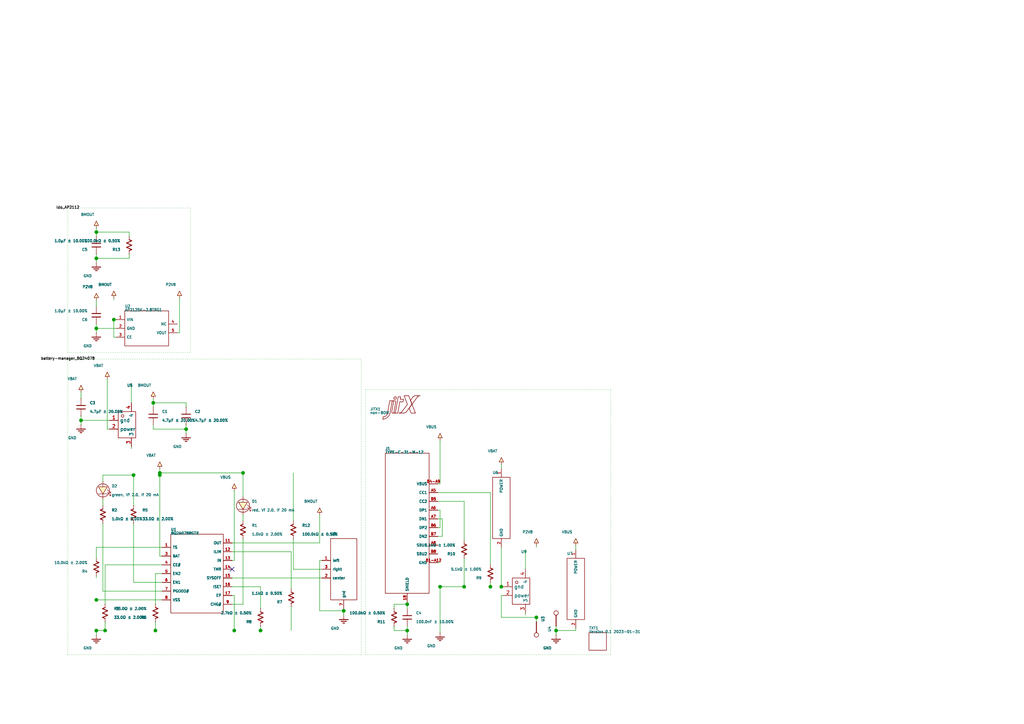
<source format=kicad_sch>
(kicad_sch (version 20211123) (generator jitx)
  (paper "A4")
  (title_block (title "") (date "") (rev "") (company "") (comment 1 "") (comment 2 "") (comment 3 "") (comment 4 ""))
  (lib_symbols
    (symbol "VBUS"
      (property "Value" "VBUS" (at -2.54 3.81 0.0))
      (symbol "VBUS_1_0"
        (pin power_in line (at 0.0 0.0 90) (length 0.0) (name "VBUS") (number "~"))
      )
    )
    (symbol "BMOUT"
      (property "Value" "BMOUT" (at -2.54 3.81 0.0))
      (symbol "BMOUT_1_0"
        (pin power_in line (at 0.0 0.0 90) (length 0.0) (name "BMOUT") (number "~"))
      )
    )
    (symbol "P2V8"
      (property "Value" "P2V8" (at -2.54 3.81 0.0))
      (symbol "P2V8_1_0"
        (pin power_in line (at 0.0 0.0 90) (length 0.0) (name "P2V8") (number "~"))
      )
    )
    (symbol "GND"
      (property "Value" "GND" (at -2.54 -3.81 0.0))
      (symbol "GND_1_0"
        (pin power_in line (at 0.0 0.0 270) (length 0.0) (name "GND") (number "~"))
      )
    )
    (symbol "VBAT"
      (property "Value" "VBAT" (at -2.54 3.81 0.0))
      (symbol "VBAT_1_0"
        (pin power_in line (at 0.0 0.0 90) (length 0.0) (name "VBAT") (number "~"))
      )
    )
    (symbol "test_point_sym"
      (property "Reference" "U" (at -2.54 1.905 0.0))
      (symbol "test_point_sym_1_0"
        (pin unspecified line (at 2.54 0.0 180) (length 0.0) (name "p") (number "~"))
      )
    )
    (symbol "box_symbol_7L_8R_0T_0B"
      (property "Reference" "U" (at -7.62 12.792 0.0))
      (property "Value" "box_symbol_7L_8R_0T_0B" (at -7.62 11.73 0.0))
      (symbol "box_symbol_7L_8R_0T_0B_1_0"
        (pin unspecified line (at -10.16 7.62 0) (length 2.54) (name "L0") (number "~"))
        (pin unspecified line (at -10.16 5.08 0) (length 2.54) (name "L1") (number "~"))
        (pin unspecified line (at -10.16 2.54 0) (length 2.54) (name "L2") (number "~"))
        (pin unspecified line (at -10.16 0.0 0) (length 2.54) (name "L3") (number "~"))
        (pin unspecified line (at -10.16 -2.54 0) (length 2.54) (name "L4") (number "~"))
        (pin unspecified line (at -10.16 -5.08 0) (length 2.54) (name "L5") (number "~"))
        (pin unspecified line (at -10.16 -7.62 0) (length 2.54) (name "L6") (number "~"))
        (pin unspecified line (at 10.16 8.89 180) (length 2.54) (name "R0") (number "~"))
        (pin unspecified line (at 10.16 6.35 180) (length 2.54) (name "R1") (number "~"))
        (pin unspecified line (at 10.16 3.81 180) (length 2.54) (name "R2") (number "~"))
        (pin unspecified line (at 10.16 1.27 180) (length 2.54) (name "R3") (number "~"))
        (pin unspecified line (at 10.16 -1.27 180) (length 2.54) (name "R4") (number "~"))
        (pin unspecified line (at 10.16 -3.81 180) (length 2.54) (name "R5") (number "~"))
        (pin unspecified line (at 10.16 -6.35 180) (length 2.54) (name "R6") (number "~"))
        (pin unspecified line (at 10.16 -8.89 180) (length 2.54) (name "R7") (number "~"))
      )
    )
    (symbol "ALTIUM_POWER_ARROW"
      (property "Value" "ALTIUM_POWER_ARROW" (at 8.89 -6.35 0.0))
      (symbol "ALTIUM_POWER_ARROW_1_0"
        (pin unspecified line (at 0.0 0.0 0) (length 0.0) (name "0") (number "~"))
      )
    )
    (symbol "ALTIUM_POWER_GND_POWER"
      (property "Value" "ALTIUM_POWER_GND_POWER" (at 19.05 -6.35 0.0))
      (symbol "ALTIUM_POWER_GND_POWER_1_0"
        (pin unspecified line (at 0.0 0.0 0) (length 0.0) (name "0") (number "~"))
      )
    )
    (symbol "generic_symbol"
      (property "Reference" "U" (at -2.54 3.902 0.0))
      (property "Value" "generic_symbol" (at -2.54 2.84 0.0))
    )
    (symbol "JITX_symbol"
      (property "Reference" "U" (at -2.54 3.902 0.0))
      (property "Value" "JITX_symbol" (at -2.54 2.84 0.0))
    )
    (symbol "box_symbol_3L_2R_0T_0B"
      (property "Reference" "U" (at -6.35 6.442 0.0))
      (property "Value" "box_symbol_3L_2R_0T_0B" (at -6.35 5.38 0.0))
      (symbol "box_symbol_3L_2R_0T_0B_1_0"
        (pin unspecified line (at -8.89 2.54 0) (length 2.54) (name "L0") (number "~"))
        (pin unspecified line (at -8.89 0.0 0) (length 2.54) (name "L1") (number "~"))
        (pin unspecified line (at -8.89 -2.54 0) (length 2.54) (name "L2") (number "~"))
        (pin unspecified line (at 8.89 1.27 180) (length 2.54) (name "R0") (number "~"))
        (pin unspecified line (at 8.89 -1.27 180) (length 2.54) (name "R1") (number "~"))
      )
    )
    (symbol "supply_sym"
      (property "Value" "supply_sym" (at -2.54 3.81 0.0))
      (symbol "supply_sym_1_0"
        (pin unspecified line (at 0.0 0.0 90) (length 0.0) (name "0") (number "~"))
      )
    )
    (symbol "box_symbol_3L_0R_0T_1B"
      (property "Reference" "U" (at -3.81 10.252 0.0))
      (property "Value" "box_symbol_3L_0R_0T_1B" (at -3.81 9.19 0.0))
      (symbol "box_symbol_3L_0R_0T_1B_1_0"
        (pin unspecified line (at -6.35 2.54 0) (length 2.54) (name "L0") (number "~"))
        (pin unspecified line (at -6.35 0.0 0) (length 2.54) (name "L1") (number "~"))
        (pin unspecified line (at -6.35 -2.54 0) (length 2.54) (name "L2") (number "~"))
        (pin unspecified line (at 0.0 -11.43 90) (length 2.54) (name "B0") (number "~"))
      )
    )
    (symbol "ground_sym"
      (property "Value" "ground_sym" (at -2.54 -3.81 0.0))
      (symbol "ground_sym_1_0"
        (pin unspecified line (at 0.0 0.0 270) (length 0.0) (name "0") (number "~"))
      )
    )
    (symbol "resistor_sym"
      (property "Reference" "U" (at 2.54 1.27 0.0))
      (property "Value" "resistor_sym" (at 2.54 -1.27 0.0))
      (symbol "resistor_sym_1_0"
        (pin unspecified line (at 0.0 -2.54 90) (length 0.0) (name "1") (number "~"))
        (pin unspecified line (at 0.0 2.54 270) (length 0.0) (name "2") (number "~"))
      )
    )
    (symbol "capacitor_sym"
      (property "Reference" "U" (at 2.54 1.27 0.0))
      (property "Value" "capacitor_sym" (at 2.54 -1.27 0.0))
      (symbol "capacitor_sym_1_0"
        (pin unspecified line (at 0.0 2.54 270) (length 0.0) (name "1") (number "~"))
        (pin unspecified line (at 0.0 -2.54 90) (length 0.0) (name "2") (number "~"))
      )
    )
    (symbol "PH2_0_2PWB"
      (property "Reference" "U" (at 0.0 1.27 0.0))
      (property "Value" "PH2_0_2PWB" (at 0.0 -2.54 0.0))
      (symbol "PH2_0_2PWB_1_0"
        (pin unspecified line (at -5.08 -8.89 0) (length 2.54) (name "gnd") (number "~"))
        (pin unspecified line (at -5.08 -11.43 0) (length 2.54) (name "power") (number "~"))
        (pin unspecified line (at 1.27 -16.51 90) (length 2.54) (name "3") (number "~"))
        (pin unspecified line (at 1.27 -3.81 270) (length 2.54) (name "4") (number "~"))
      )
    )
    (symbol "box_symbol_0L_10R_0T_1B"
      (property "Reference" "U" (at -6.35 21.682 0.0))
      (property "Value" "box_symbol_0L_10R_0T_1B" (at -6.35 20.62 0.0))
      (symbol "box_symbol_0L_10R_0T_1B_1_0"
        (pin unspecified line (at 8.89 11.43 180) (length 2.54) (name "R0") (number "~"))
        (pin unspecified line (at 8.89 8.89 180) (length 2.54) (name "R1") (number "~"))
        (pin unspecified line (at 8.89 6.35 180) (length 2.54) (name "R2") (number "~"))
        (pin unspecified line (at 8.89 3.81 180) (length 2.54) (name "R3") (number "~"))
        (pin unspecified line (at 8.89 1.27 180) (length 2.54) (name "R4") (number "~"))
        (pin unspecified line (at 8.89 -1.27 180) (length 2.54) (name "R5") (number "~"))
        (pin unspecified line (at 8.89 -3.81 180) (length 2.54) (name "R6") (number "~"))
        (pin unspecified line (at 8.89 -6.35 180) (length 2.54) (name "R7") (number "~"))
        (pin unspecified line (at 8.89 -8.89 180) (length 2.54) (name "R8") (number "~"))
        (pin unspecified line (at 8.89 -11.43 180) (length 2.54) (name "R9") (number "~"))
        (pin unspecified line (at 0.0 -22.86 90) (length 2.54) (name "B0") (number "~"))
      )
    )
    (symbol "diode_sym"
      (property "Reference" "U" (at 2.54 1.27 0.0))
      (property "Value" "diode_sym" (at 2.54 -1.27 0.0))
      (symbol "diode_sym_1_0"
        (pin unspecified line (at 0.0 2.54 270) (length 0.0) (name "a") (number "~"))
        (pin unspecified line (at 0.0 -2.54 90) (length 0.0) (name "c") (number "~"))
      )
    )
    (symbol "box_symbol_0L_0R_1T_1B"
      (property "Reference" "U" (at -2.54 10.252 0.0))
      (property "Value" "box_symbol_0L_0R_1T_1B" (at -2.54 9.19 0.0))
      (symbol "box_symbol_0L_0R_1T_1B_1_0"
        (pin unspecified line (at 0.0 11.43 270) (length 2.54) (name "T0") (number "~"))
        (pin unspecified line (at 0.0 -11.43 90) (length 2.54) (name "B0") (number "~"))
      )
    )
    (symbol "Version_0_1_2023_01_31"
      (property "Reference" "TXT" (at -2.54 3.902 0.0))
      (property "Value" "Version_0_1_2023_01_31" (at -2.54 2.84 0.0))
    )
    (symbol "component"
      (property "Reference" "U" (at -3.81 10.252 0.0))
      (property "Value" "component" (at -3.81 9.19 0.0))
      (symbol "component_1_0"
        (pin unspecified line (at -6.35 2.54 0) (length 2.54) (name "left") (number "1"))
        (pin unspecified line (at -6.35 0.0 0) (length 2.54) (name "right") (number "3"))
        (pin unspecified line (at -6.35 -2.54 0) (length 2.54) (name "center") (number "2"))
        (pin unspecified line (at 0.0 -11.43 90) (length 2.54) (name "gnd") (number "7"))
        (pin unspecified line (at 0.0 -11.43 90) (length 0.0) (name "gnd") (number "6"))
        (pin unspecified line (at 0.0 -11.43 90) (length 0.0) (name "gnd") (number "5"))
        (pin unspecified line (at 0.0 -11.43 90) (length 0.0) (name "gnd") (number "4"))
      )
    )
    (symbol "JITX"
      (property "Reference" "JITX" (at -2.54 3.902 0.0))
      (property "Value" "JITX" (at -2.54 2.84 0.0))
    )
    (symbol "my_capacitor"
      (property "Reference" "C" (at 2.54 1.27 0.0))
      (property "Value" "my_capacitor" (at 2.54 -1.27 0.0))
      (symbol "my_capacitor_1_0"
        (pin unspecified line (at 0.0 2.54 270) (length 0.0) (name "1") (number "1"))
        (pin unspecified line (at 0.0 -2.54 90) (length 0.0) (name "2") (number "2"))
      )
    )
    (symbol "my_capacitor_1"
      (property "Reference" "C" (at 2.54 1.27 0.0))
      (property "Value" "my_capacitor_1" (at 2.54 -1.27 0.0))
      (symbol "my_capacitor_1_1_0"
        (pin unspecified line (at 0.0 2.54 270) (length 0.0) (name "1") (number "1"))
        (pin unspecified line (at 0.0 -2.54 90) (length 0.0) (name "2") (number "2"))
      )
    )
    (symbol "USBCable"
      (property "Reference" "U" (at -2.54 10.252 0.0))
      (property "Value" "USBCable" (at -2.54 9.19 0.0))
      (symbol "USBCable_1_0"
        (pin unspecified line (at 0.0 11.43 270) (length 2.54) (name "POWER") (number "1"))
        (pin unspecified line (at 0.0 -11.43 90) (length 2.54) (name "GND") (number "2"))
      )
    )
    (symbol "my_capacitor_2"
      (property "Reference" "C" (at 2.54 1.27 0.0))
      (property "Value" "my_capacitor_2" (at 2.54 -1.27 0.0))
      (symbol "my_capacitor_2_1_0"
        (pin unspecified line (at 0.0 2.54 270) (length 0.0) (name "1") (number "1"))
        (pin unspecified line (at 0.0 -2.54 90) (length 0.0) (name "2") (number "2"))
      )
    )
    (symbol "gen_testpad"
      (property "Reference" "U" (at -2.54 1.905 0.0))
      (symbol "gen_testpad_1_0"
        (pin unspecified line (at 2.54 0.0 180) (length 0.0) (name "p") (number "tp"))
      )
    )
    (symbol "component_1"
      (property "Reference" "U" (at -7.62 12.792 0.0))
      (property "Value" "component_1" (at -7.62 11.73 0.0))
      (symbol "component_1_1_0"
        (pin unspecified line (at -10.16 7.62 0) (length 2.54) (name "TS") (number "1"))
        (pin unspecified line (at -10.16 5.08 0) (length 2.54) (name "BAT") (number "3"))
        (pin unspecified line (at -10.16 5.08 0) (length 0.0) (name "BAT") (number "2"))
        (pin unspecified line (at -10.16 2.54 0) (length 2.54) (name "CE#") (number "4"))
        (pin unspecified line (at -10.16 0.0 0) (length 2.54) (name "EN2") (number "5"))
        (pin unspecified line (at -10.16 -2.54 0) (length 2.54) (name "EN1") (number "6"))
        (pin unspecified line (at -10.16 -5.08 0) (length 2.54) (name "PGOOD#") (number "7"))
        (pin unspecified line (at -10.16 -7.62 0) (length 2.54) (name "VSS") (number "8"))
        (pin unspecified line (at 10.16 8.89 180) (length 2.54) (name "OUT") (number "11"))
        (pin unspecified line (at 10.16 8.89 180) (length 0.0) (name "OUT") (number "10"))
        (pin unspecified line (at 10.16 6.35 180) (length 2.54) (name "ILIM") (number "12"))
        (pin unspecified line (at 10.16 3.81 180) (length 2.54) (name "IN") (number "13"))
        (pin unspecified line (at 10.16 1.27 180) (length 2.54) (name "TMR") (number "14"))
        (pin unspecified line (at 10.16 -1.27 180) (length 2.54) (name "SYSOFF") (number "15"))
        (pin unspecified line (at 10.16 -3.81 180) (length 2.54) (name "ISET") (number "16"))
        (pin unspecified line (at 10.16 -6.35 180) (length 2.54) (name "EP") (number "17"))
        (pin unspecified line (at 10.16 -8.89 180) (length 2.54) (name "CHG#") (number "9"))
      )
    )
    (symbol "LithiumBattery"
      (property "Reference" "U" (at -2.54 10.252 0.0))
      (property "Value" "LithiumBattery" (at -2.54 9.19 0.0))
      (symbol "LithiumBattery_1_0"
        (pin unspecified line (at 0.0 11.43 270) (length 2.54) (name "POWER") (number "1"))
        (pin unspecified line (at 0.0 -11.43 90) (length 2.54) (name "GND") (number "2"))
      )
    )
    (symbol "Generic_red_LED_0603"
      (property "Reference" "D" (at 2.54 1.27 0.0))
      (property "Value" "Generic_red_LED_0603" (at 2.54 -1.27 0.0))
      (symbol "Generic_red_LED_0603_1_0"
        (pin unspecified line (at 0.0 2.54 270) (length 0.0) (name "a") (number "a"))
        (pin unspecified line (at 0.0 -2.54 90) (length 0.0) (name "c") (number "c"))
      )
    )
    (symbol "my_resistor"
      (property "Reference" "R" (at 2.54 1.27 0.0))
      (property "Value" "my_resistor" (at 2.54 -1.27 0.0))
      (symbol "my_resistor_1_0"
        (pin unspecified line (at 0.0 -2.54 90) (length 0.0) (name "1") (number "1"))
        (pin unspecified line (at 0.0 2.54 270) (length 0.0) (name "2") (number "2"))
      )
    )
    (symbol "component_2"
      (property "Reference" "U" (at 0.0 1.27 0.0))
      (property "Value" "component_2" (at 0.0 -2.54 0.0))
      (symbol "component_2_1_0"
        (pin unspecified line (at -5.08 -8.89 0) (length 2.54) (name "gnd") (number "1"))
        (pin unspecified line (at -5.08 -11.43 0) (length 2.54) (name "power") (number "2"))
        (pin unspecified line (at 1.27 -16.51 90) (length 2.54) (name "3") (number "3"))
        (pin unspecified line (at 1.27 -3.81 270) (length 2.54) (name "4") (number "4"))
      )
    )
    (symbol "my_capacitor_3"
      (property "Reference" "C" (at 2.54 1.27 0.0))
      (property "Value" "my_capacitor_3" (at 2.54 -1.27 0.0))
      (symbol "my_capacitor_3_1_0"
        (pin unspecified line (at 0.0 2.54 270) (length 0.0) (name "1") (number "1"))
        (pin unspecified line (at 0.0 -2.54 90) (length 0.0) (name "2") (number "2"))
      )
    )
    (symbol "component_3"
      (property "Reference" "U" (at -6.35 6.442 0.0))
      (property "Value" "component_3" (at -6.35 5.38 0.0))
      (symbol "component_3_1_0"
        (pin unspecified line (at -8.89 2.54 0) (length 2.54) (name "VIN") (number "1"))
        (pin unspecified line (at -8.89 0.0 0) (length 2.54) (name "GND") (number "2"))
        (pin unspecified line (at -8.89 -2.54 0) (length 2.54) (name "CE") (number "3"))
        (pin unspecified line (at 8.89 1.27 180) (length 2.54) (name "NC") (number "4"))
        (pin unspecified line (at 8.89 -1.27 180) (length 2.54) (name "VOUT") (number "5"))
      )
    )
    (symbol "my_capacitor_4"
      (property "Reference" "C" (at 2.54 1.27 0.0))
      (property "Value" "my_capacitor_4" (at 2.54 -1.27 0.0))
      (symbol "my_capacitor_4_1_0"
        (pin unspecified line (at 0.0 2.54 270) (length 0.0) (name "1") (number "1"))
        (pin unspecified line (at 0.0 -2.54 90) (length 0.0) (name "2") (number "2"))
      )
    )
    (symbol "my_resistor_1"
      (property "Reference" "R" (at 2.54 1.27 0.0))
      (property "Value" "my_resistor_1" (at 2.54 -1.27 0.0))
      (symbol "my_resistor_1_1_0"
        (pin unspecified line (at 0.0 -2.54 90) (length 0.0) (name "1") (number "1"))
        (pin unspecified line (at 0.0 2.54 270) (length 0.0) (name "2") (number "2"))
      )
    )
    (symbol "my_resistor_2"
      (property "Reference" "R" (at 2.54 1.27 0.0))
      (property "Value" "my_resistor_2" (at 2.54 -1.27 0.0))
      (symbol "my_resistor_2_1_0"
        (pin unspecified line (at 0.0 -2.54 90) (length 0.0) (name "1") (number "1"))
        (pin unspecified line (at 0.0 2.54 270) (length 0.0) (name "2") (number "2"))
      )
    )
    (symbol "Generic_green_LED_0603"
      (property "Reference" "D" (at 2.54 1.27 0.0))
      (property "Value" "Generic_green_LED_0603" (at 2.54 -1.27 0.0))
      (symbol "Generic_green_LED_0603_1_0"
        (pin unspecified line (at 0.0 2.54 270) (length 0.0) (name "a") (number "a"))
        (pin unspecified line (at 0.0 -2.54 90) (length 0.0) (name "c") (number "c"))
      )
    )
    (symbol "USB_C"
      (property "Reference" "J" (at -6.35 21.682 0.0))
      (property "Value" "USB_C" (at -6.35 20.62 0.0))
      (symbol "USB_C_1_0"
        (pin unspecified line (at 8.89 11.43 180) (length 2.54) (name "VBUS") (number "B4-A9"))
        (pin unspecified line (at 8.89 11.43 180) (length 0.0) (name "VBUS") (number "A4-B9"))
        (pin unspecified line (at 8.89 8.89 180) (length 2.54) (name "CC1") (number "A5"))
        (pin unspecified line (at 8.89 6.35 180) (length 2.54) (name "CC2") (number "B5"))
        (pin unspecified line (at 8.89 3.81 180) (length 2.54) (name "DP1") (number "A6"))
        (pin unspecified line (at 8.89 1.27 180) (length 2.54) (name "DN1") (number "A7"))
        (pin unspecified line (at 8.89 -1.27 180) (length 2.54) (name "DP2") (number "B6"))
        (pin unspecified line (at 8.89 -3.81 180) (length 2.54) (name "DN2") (number "B7"))
        (pin unspecified line (at 8.89 -6.35 180) (length 2.54) (name "SBU1") (number "A8"))
        (pin unspecified line (at 8.89 -8.89 180) (length 2.54) (name "SBU2") (number "B8"))
        (pin unspecified line (at 8.89 -11.43 180) (length 2.54) (name "GND") (number "B1-A12"))
        (pin unspecified line (at 8.89 -11.43 180) (length 0.0) (name "GND") (number "A1-B12"))
        (pin unspecified line (at 0.0 -22.86 90) (length 2.54) (name "SHIELD") (number "18"))
        (pin unspecified line (at 0.0 -22.86 90) (length 0.0) (name "SHIELD") (number "17"))
        (pin unspecified line (at 0.0 -22.86 90) (length 0.0) (name "SHIELD") (number "16"))
        (pin unspecified line (at 0.0 -22.86 90) (length 0.0) (name "SHIELD") (number "15"))
        (pin unspecified line (at 0.0 -22.86 90) (length 0.0) (name "SHIELD") (number "14"))
        (pin unspecified line (at 0.0 -22.86 90) (length 0.0) (name "SHIELD") (number "13"))
      )
    )
    (symbol "my_resistor_3"
      (property "Reference" "R" (at 2.54 1.27 0.0))
      (property "Value" "my_resistor_3" (at 2.54 -1.27 0.0))
      (symbol "my_resistor_3_1_0"
        (pin unspecified line (at 0.0 -2.54 90) (length 0.0) (name "1") (number "1"))
        (pin unspecified line (at 0.0 2.54 270) (length 0.0) (name "2") (number "2"))
      )
    )
    (symbol "gen_res_cmp"
      (property "Reference" "R" (at 2.54 1.27 0.0))
      (property "Value" "gen_res_cmp" (at 2.54 -1.27 0.0))
      (symbol "gen_res_cmp_1_0"
        (pin unspecified line (at 0.0 -2.54 90) (length 0.0) (name "1") (number "1"))
        (pin unspecified line (at 0.0 2.54 270) (length 0.0) (name "2") (number "2"))
      )
    )
    (symbol "gen_res_cmp_1"
      (property "Reference" "R" (at 2.54 1.27 0.0))
      (property "Value" "gen_res_cmp_1" (at 2.54 -1.27 0.0))
      (symbol "gen_res_cmp_1_1_0"
        (pin unspecified line (at 0.0 -2.54 90) (length 0.0) (name "1") (number "1"))
        (pin unspecified line (at 0.0 2.54 270) (length 0.0) (name "2") (number "2"))
      )
    )
    (symbol "my_resistor_4"
      (property "Reference" "R" (at 2.54 1.27 0.0))
      (property "Value" "my_resistor_4" (at 2.54 -1.27 0.0))
      (symbol "my_resistor_4_1_0"
        (pin unspecified line (at 0.0 -2.54 90) (length 0.0) (name "1") (number "1"))
        (pin unspecified line (at 0.0 2.54 270) (length 0.0) (name "2") (number "2"))
      )
    )
    (symbol "my_capacitor_5"
      (property "Reference" "C" (at 2.54 1.27 0.0))
      (property "Value" "my_capacitor_5" (at 2.54 -1.27 0.0))
      (symbol "my_capacitor_5_1_0"
        (pin unspecified line (at 0.0 2.54 270) (length 0.0) (name "1") (number "1"))
        (pin unspecified line (at 0.0 -2.54 90) (length 0.0) (name "2") (number "2"))
      )
    )
    (symbol "my_resistor_5"
      (property "Reference" "R" (at 2.54 1.27 0.0))
      (property "Value" "my_resistor_5" (at 2.54 -1.27 0.0))
      (symbol "my_resistor_5_1_0"
        (pin unspecified line (at 0.0 -2.54 90) (length 0.0) (name "1") (number "1"))
        (pin unspecified line (at 0.0 2.54 270) (length 0.0) (name "2") (number "2"))
      )
    )
    (symbol "my_resistor_6"
      (property "Reference" "R" (at 2.54 1.27 0.0))
      (property "Value" "my_resistor_6" (at 2.54 -1.27 0.0))
      (symbol "my_resistor_6_1_0"
        (pin unspecified line (at 0.0 -2.54 90) (length 0.0) (name "1") (number "1"))
        (pin unspecified line (at 0.0 2.54 270) (length 0.0) (name "2") (number "2"))
      )
    )
    (symbol "gen_res_cmp_2"
      (property "Reference" "R" (at 2.54 1.27 0.0))
      (property "Value" "gen_res_cmp_2" (at 2.54 -1.27 0.0))
      (symbol "gen_res_cmp_2_1_0"
        (pin unspecified line (at 0.0 -2.54 90) (length 0.0) (name "1") (number "1"))
        (pin unspecified line (at 0.0 2.54 270) (length 0.0) (name "2") (number "2"))
      )
    )
  )
  (wire (pts (xy 23.495 115.57) (xy 23.495 114.935)) (stroke (width 0.127)))
  (wire (pts (xy 23.495 120.65) (xy 23.495 121.285)) (stroke (width 0.127)))
  (wire (pts (xy 38.735 151.765) (xy 38.735 152.4)) (stroke (width 0.127)))
  (wire (pts (xy 38.735 146.685) (xy 38.735 146.05)) (stroke (width 0.127)))
  (wire (pts (xy 37.465 68.58) (xy 37.465 67.945)) (stroke (width 0.127)))
  (wire (pts (xy 37.465 73.66) (xy 37.465 74.295)) (stroke (width 0.127)))
  (wire (pts (xy 114.3 176.53) (xy 114.3 175.895)) (stroke (width 0.127)))
  (wire (pts (xy 114.3 181.61) (xy 114.3 182.245)) (stroke (width 0.127)))
  (wire (pts (xy 84.455 170.815) (xy 84.455 170.18)) (stroke (width 0.127)))
  (wire (pts (xy 84.455 175.895) (xy 84.455 176.53)) (stroke (width 0.127)))
  (wire (pts (xy 118.11 176.53) (xy 118.11 175.895)) (stroke (width 0.127)))
  (wire (pts (xy 118.11 181.61) (xy 118.11 182.245)) (stroke (width 0.127)))
  (wire (pts (xy 53.975 118.11) (xy 53.975 117.475)) (stroke (width 0.127)))
  (wire (pts (xy 53.975 123.19) (xy 53.975 123.825)) (stroke (width 0.127)))
  (wire (pts (xy 75.565 176.53) (xy 75.565 175.895)) (stroke (width 0.127)))
  (wire (pts (xy 75.565 181.61) (xy 75.565 182.245)) (stroke (width 0.127)))
  (wire (pts (xy 27.94 73.66) (xy 27.94 74.295)) (stroke (width 0.127)))
  (wire (pts (xy 27.94 68.58) (xy 27.94 67.945)) (stroke (width 0.127)))
  (wire (pts (xy 70.485 144.145) (xy 70.485 143.51)) (stroke (width 0.127)))
  (wire (pts (xy 70.485 149.225) (xy 70.485 149.86)) (stroke (width 0.127)))
  (wire (pts (xy 27.94 93.98) (xy 27.94 94.615)) (stroke (width 0.127)))
  (wire (pts (xy 27.94 88.9) (xy 27.94 88.265)) (stroke (width 0.127)))
  (wire (pts (xy 44.45 118.11) (xy 44.45 117.475)) (stroke (width 0.127)))
  (wire (pts (xy 44.45 123.19) (xy 44.45 123.825)) (stroke (width 0.127)))
  (wire (pts (xy 70.485 156.21) (xy 70.485 156.845)) (stroke (width 0.127)))
  (wire (pts (xy 70.485 151.13) (xy 70.485 150.495)) (stroke (width 0.127)))
  (wire (pts (xy 45.085 175.26) (xy 45.085 174.625)) (stroke (width 0.127)))
  (wire (pts (xy 45.085 180.34) (xy 45.085 180.975)) (stroke (width 0.127)))
  (wire (pts (xy 152.4 177.8) (xy 152.4 178.435)) (stroke (width 0.127)))
  (wire (pts (xy 152.4 165.1) (xy 152.4 159.385)) (stroke (width 0.127)))
  (wire (pts (xy 155.575 180.34) (xy 155.575 179.705)) (stroke (width 0.127)))
  (wire (pts (xy 161.29 181.61) (xy 161.29 182.245)) (stroke (width 0.127)))
  (wire (pts (xy 142.24 163.83) (xy 142.24 163.195)) (stroke (width 0.127)))
  (wire (pts (xy 142.24 168.91) (xy 142.24 169.545)) (stroke (width 0.127)))
  (wire (pts (xy 134.62 156.845) (xy 134.62 156.21)) (stroke (width 0.127)))
  (wire (pts (xy 134.62 161.925) (xy 134.62 162.56)) (stroke (width 0.127)))
  (wire (pts (xy 29.845 151.765) (xy 29.845 152.4)) (stroke (width 0.127)))
  (wire (pts (xy 29.845 146.685) (xy 29.845 146.05)) (stroke (width 0.127)))
  (wire (pts (xy 29.845 139.7) (xy 29.845 139.065)) (stroke (width 0.127)))
  (wire (pts (xy 29.845 144.78) (xy 29.845 145.415)) (stroke (width 0.127)))
  (wire (pts (xy 30.48 180.34) (xy 30.48 180.975)) (stroke (width 0.127)))
  (wire (pts (xy 30.48 175.26) (xy 30.48 174.625)) (stroke (width 0.127)))
  (wire (pts (xy 85.09 156.21) (xy 85.09 156.845)) (stroke (width 0.127)))
  (wire (pts (xy 85.09 151.13) (xy 85.09 150.495)) (stroke (width 0.127)))
  (wire (pts (xy 27.94 161.925) (xy 27.94 161.29)) (stroke (width 0.127)))
  (wire (pts (xy 27.94 167.005) (xy 27.94 167.64)) (stroke (width 0.127)))
  (wire (pts (xy 38.1 129.54) (xy 38.1 130.175)) (stroke (width 0.127)))
  (wire (pts (xy 38.1 116.84) (xy 38.1 111.125)) (stroke (width 0.127)))
  (wire (pts (xy 46.355 135.89) (xy 46.355 136.525)) (stroke (width 0.127)))
  (wire (pts (xy 92.71 149.225) (xy 92.71 149.86)) (stroke (width 0.127)))
  (wire (pts (xy 27.94 184.15) (xy 27.94 183.515)) (stroke (width 0.127)))
  (wire (pts (xy 99.695 178.435) (xy 99.695 177.8)) (stroke (width 0.127)))
  (wire (pts (xy 67.945 142.24) (xy 67.945 142.875)) (stroke (width 0.127)))
  (wire (pts (xy 23.495 113.665) (xy 23.495 114.3)) (stroke (width 0.127)))
  (wire (pts (xy 31.115 109.855) (xy 31.115 110.49)) (stroke (width 0.127)))
  (wire (pts (xy 23.495 123.19) (xy 23.495 122.555)) (stroke (width 0.127)))
  (wire (pts (xy 44.45 115.57) (xy 44.45 116.205)) (stroke (width 0.127)))
  (wire (pts (xy 53.975 125.73) (xy 53.975 125.095)) (stroke (width 0.127)))
  (wire (pts (xy 145.415 134.62) (xy 145.415 135.255)) (stroke (width 0.127)))
  (wire (pts (xy 155.575 158.115) (xy 155.575 158.75)) (stroke (width 0.127)))
  (wire (pts (xy 127.635 183.515) (xy 127.635 182.88)) (stroke (width 0.127)))
  (wire (pts (xy 118.11 184.15) (xy 118.11 183.515)) (stroke (width 0.127)))
  (wire (pts (xy 127.635 127.635) (xy 127.635 128.27)) (stroke (width 0.127)))
  (wire (pts (xy 161.29 184.15) (xy 161.29 183.515)) (stroke (width 0.127)))
  (wire (pts (xy 167.005 158.115) (xy 167.005 158.75)) (stroke (width 0.127)))
  (wire (pts (xy 52.07 86.36) (xy 52.07 86.995)) (stroke (width 0.127)))
  (wire (pts (xy 27.94 86.995) (xy 27.94 87.63)) (stroke (width 0.127)))
  (wire (pts (xy 33.02 86.36) (xy 33.02 86.995)) (stroke (width 0.127)))
  (wire (pts (xy 27.94 96.52) (xy 27.94 95.885)) (stroke (width 0.127)))
  (wire (pts (xy 27.94 66.04) (xy 27.94 66.675)) (stroke (width 0.127)))
  (wire (pts (xy 27.94 76.2) (xy 27.94 75.565)) (stroke (width 0.127)))
  (wire (pts (xy 67.31 167.64) (xy 93.345 167.64)) (stroke (width 0.127)))
  (wire (pts (xy 29.845 171.45) (xy 46.99 171.45)) (stroke (width 0.127)))
  (wire (pts (xy 29.845 171.45) (xy 29.845 152.4)) (stroke (width 0.127)))
  (wire (pts (xy 85.09 165.1) (xy 93.345 165.1)) (stroke (width 0.127)))
  (wire (pts (xy 85.09 165.1) (xy 85.09 156.845)) (stroke (width 0.127)))
  (wire (pts (xy 67.31 175.26) (xy 70.485 175.26)) (stroke (width 0.127)))
  (wire (pts (xy 70.485 175.26) (xy 70.485 156.845)) (stroke (width 0.127)))
  (wire (pts (xy 29.845 146.05) (xy 29.845 145.415)) (stroke (width 0.127)))
  (wire (pts (xy 70.485 150.495) (xy 70.485 149.86)) (stroke (width 0.127)))
  (wire (pts (xy 67.31 170.18) (xy 75.565 170.18)) (stroke (width 0.127)))
  (wire (pts (xy 75.565 175.895) (xy 75.565 170.18)) (stroke (width 0.127)))
  (wire (pts (xy 67.31 160.02) (xy 84.455 160.02)) (stroke (width 0.127)))
  (wire (pts (xy 84.455 170.18) (xy 84.455 160.02)) (stroke (width 0.127)))
  (wire (pts (xy 45.085 166.37) (xy 46.99 166.37)) (stroke (width 0.127)))
  (wire (pts (xy 45.085 174.625) (xy 45.085 166.37)) (stroke (width 0.127)))
  (wire (pts (xy 38.735 168.91) (xy 46.99 168.91)) (stroke (width 0.127)))
  (wire (pts (xy 38.735 168.91) (xy 38.735 152.4)) (stroke (width 0.127)))
  (wire (pts (xy 27.94 158.75) (xy 46.99 158.75)) (stroke (width 0.127)))
  (wire (pts (xy 27.94 161.29) (xy 27.94 158.75)) (stroke (width 0.127)))
  (wire (pts (xy 30.48 163.83) (xy 46.99 163.83)) (stroke (width 0.127)))
  (wire (pts (xy 30.48 174.625) (xy 30.48 163.83)) (stroke (width 0.127)))
  (wire (pts (xy 29.845 137.795) (xy 46.355 137.795)) (stroke (width 0.127)))
  (wire (pts (xy 46.355 161.29) (xy 46.99 161.29)) (stroke (width 0.127)))
  (wire (pts (xy 46.355 161.29) (xy 46.355 136.525)) (stroke (width 0.127)))
  (wire (pts (xy 85.09 150.495) (xy 85.09 137.16)) (stroke (width 0.127)))
  (wire (pts (xy 70.485 143.51) (xy 70.485 137.16)) (stroke (width 0.127)))
  (wire (pts (xy 38.735 146.05) (xy 38.735 137.795)) (stroke (width 0.127)))
  (wire (pts (xy 29.845 139.065) (xy 29.845 137.795)) (stroke (width 0.127)))
  (wire (pts (xy 46.355 137.16) (xy 85.09 137.16)) (stroke (width 0.127)))
  (wire (pts (xy 67.31 157.48) (xy 92.71 157.48)) (stroke (width 0.127)))
  (wire (pts (xy 92.71 157.48) (xy 92.71 149.86)) (stroke (width 0.127)))
  (wire (pts (xy 67.31 172.72) (xy 67.945 172.72)) (stroke (width 0.127)))
  (wire (pts (xy 27.94 173.99) (xy 46.99 173.99)) (stroke (width 0.127)))
  (wire (pts (xy 27.94 182.88) (xy 84.455 182.88)) (stroke (width 0.127)))
  (wire (pts (xy 27.94 183.515) (xy 27.94 167.64)) (stroke (width 0.127)))
  (wire (pts (xy 67.945 182.88) (xy 67.945 172.72)) (stroke (width 0.127)))
  (wire (pts (xy 84.455 182.88) (xy 84.455 176.53)) (stroke (width 0.127)))
  (wire (pts (xy 75.565 182.88) (xy 75.565 182.245)) (stroke (width 0.127)))
  (wire (pts (xy 45.085 182.88) (xy 45.085 180.975)) (stroke (width 0.127)))
  (wire (pts (xy 30.48 182.88) (xy 30.48 180.975)) (stroke (width 0.127)))
  (wire (pts (xy 92.71 162.56) (xy 93.345 162.56)) (stroke (width 0.127)))
  (wire (pts (xy 92.71 177.165) (xy 99.695 177.165)) (stroke (width 0.127)))
  (wire (pts (xy 92.71 177.165) (xy 92.71 162.56)) (stroke (width 0.127)))
  (wire (pts (xy 99.695 177.8) (xy 99.695 176.53)) (stroke (width 0.127)))
  (wire (pts (xy 67.31 162.56) (xy 67.945 162.56)) (stroke (width 0.127)))
  (wire (pts (xy 67.945 162.56) (xy 67.945 142.875)) (stroke (width 0.127)))
  (wire (pts (xy 23.495 114.935) (xy 23.495 114.3)) (stroke (width 0.127)))
  (wire (pts (xy 31.115 124.46) (xy 31.75 124.46)) (stroke (width 0.127)))
  (wire (pts (xy 31.115 124.46) (xy 31.115 110.49)) (stroke (width 0.127)))
  (wire (pts (xy 23.495 121.92) (xy 31.75 121.92)) (stroke (width 0.127)))
  (wire (pts (xy 23.495 122.555) (xy 23.495 121.285)) (stroke (width 0.127)))
  (wire (pts (xy 44.45 116.84) (xy 53.975 116.84)) (stroke (width 0.127)))
  (wire (pts (xy 44.45 117.475) (xy 44.45 116.205)) (stroke (width 0.127)))
  (wire (pts (xy 53.975 117.475) (xy 53.975 116.84)) (stroke (width 0.127)))
  (wire (pts (xy 44.45 124.46) (xy 53.975 124.46)) (stroke (width 0.127)))
  (wire (pts (xy 53.975 125.095) (xy 53.975 123.825)) (stroke (width 0.127)))
  (wire (pts (xy 44.45 124.46) (xy 44.45 123.825)) (stroke (width 0.127)))
  (wire (pts (xy 127.0 153.035) (xy 127.635 153.035)) (stroke (width 0.127)))
  (wire (pts (xy 127.0 147.955) (xy 127.635 147.955)) (stroke (width 0.127)))
  (wire (pts (xy 127.635 153.035) (xy 127.635 147.955)) (stroke (width 0.127)))
  (wire (pts (xy 127.0 155.575) (xy 128.27 155.575)) (stroke (width 0.127)))
  (wire (pts (xy 127.0 150.495) (xy 128.27 150.495)) (stroke (width 0.127)))
  (wire (pts (xy 128.27 155.575) (xy 128.27 150.495)) (stroke (width 0.127)))
  (wire (pts (xy 114.3 175.26) (xy 118.11 175.26)) (stroke (width 0.127)))
  (wire (pts (xy 118.11 175.895) (xy 118.11 174.625)) (stroke (width 0.127)))
  (wire (pts (xy 114.3 175.895) (xy 114.3 175.26)) (stroke (width 0.127)))
  (wire (pts (xy 127.0 145.415) (xy 134.62 145.415)) (stroke (width 0.127)))
  (wire (pts (xy 134.62 156.21) (xy 134.62 145.415)) (stroke (width 0.127)))
  (wire (pts (xy 127.0 142.875) (xy 142.24 142.875)) (stroke (width 0.127)))
  (wire (pts (xy 142.24 163.195) (xy 142.24 142.875)) (stroke (width 0.127)))
  (wire (pts (xy 145.415 135.89) (xy 145.415 135.255)) (stroke (width 0.127)))
  (wire (pts (xy 145.415 172.72) (xy 146.05 172.72)) (stroke (width 0.127)))
  (wire (pts (xy 145.415 179.07) (xy 155.575 179.07)) (stroke (width 0.127)))
  (wire (pts (xy 155.575 179.705) (xy 155.575 158.75)) (stroke (width 0.127)))
  (wire (pts (xy 145.415 179.07) (xy 145.415 172.72)) (stroke (width 0.127)))
  (wire (pts (xy 127.0 163.195) (xy 127.635 163.195)) (stroke (width 0.127)))
  (wire (pts (xy 127.635 170.18) (xy 146.05 170.18)) (stroke (width 0.127)))
  (wire (pts (xy 142.24 170.18) (xy 142.24 169.545)) (stroke (width 0.127)))
  (wire (pts (xy 134.62 170.18) (xy 134.62 162.56)) (stroke (width 0.127)))
  (wire (pts (xy 127.635 182.88) (xy 127.635 163.195)) (stroke (width 0.127)))
  (wire (pts (xy 145.415 170.18) (xy 145.415 158.75)) (stroke (width 0.127)))
  (wire (pts (xy 114.3 182.88) (xy 118.11 182.88)) (stroke (width 0.127)))
  (wire (pts (xy 118.11 183.515) (xy 118.11 182.245)) (stroke (width 0.127)))
  (wire (pts (xy 114.3 182.88) (xy 114.3 182.245)) (stroke (width 0.127)))
  (wire (pts (xy 127.0 140.335) (xy 127.635 140.335)) (stroke (width 0.127)))
  (wire (pts (xy 127.635 140.335) (xy 127.635 128.27)) (stroke (width 0.127)))
  (wire (pts (xy 161.29 182.88) (xy 167.005 182.88)) (stroke (width 0.127)))
  (wire (pts (xy 161.29 183.515) (xy 161.29 182.245)) (stroke (width 0.127)))
  (wire (pts (xy 167.005 182.88) (xy 167.005 182.245)) (stroke (width 0.127)))
  (wire (pts (xy 167.005 159.385) (xy 167.005 158.75)) (stroke (width 0.127)))
  (wire (pts (xy 51.435 96.52) (xy 52.07 96.52)) (stroke (width 0.127)))
  (wire (pts (xy 52.07 96.52) (xy 52.07 86.995)) (stroke (width 0.127)))
  (wire (pts (xy 27.94 88.265) (xy 27.94 87.63)) (stroke (width 0.127)))
  (wire (pts (xy 33.02 92.71) (xy 33.655 92.71)) (stroke (width 0.127)))
  (wire (pts (xy 33.02 97.79) (xy 33.655 97.79)) (stroke (width 0.127)))
  (wire (pts (xy 33.02 97.79) (xy 33.02 86.995)) (stroke (width 0.127)))
  (wire (pts (xy 27.94 95.25) (xy 33.655 95.25)) (stroke (width 0.127)))
  (wire (pts (xy 27.94 95.885) (xy 27.94 94.615)) (stroke (width 0.127)))
  (wire (pts (xy 27.94 67.31) (xy 37.465 67.31)) (stroke (width 0.127)))
  (wire (pts (xy 37.465 67.945) (xy 37.465 67.31)) (stroke (width 0.127)))
  (wire (pts (xy 27.94 67.945) (xy 27.94 66.675)) (stroke (width 0.127)))
  (wire (pts (xy 27.94 74.93) (xy 37.465 74.93)) (stroke (width 0.127)))
  (wire (pts (xy 27.94 75.565) (xy 27.94 74.295)) (stroke (width 0.127)))
  (wire (pts (xy 37.465 74.93) (xy 37.465 74.295)) (stroke (width 0.127)))
  (wire (pts (xy 19.685 104.14) (xy 104.775 104.14)) (stroke (width 0.127) (type dot)))
  (wire (pts (xy 19.685 189.865) (xy 104.775 189.865)) (stroke (width 0.127) (type dot)))
  (wire (pts (xy 19.685 189.865) (xy 19.685 104.14)) (stroke (width 0.127) (type dot)))
  (wire (pts (xy 104.775 189.865) (xy 104.775 104.14)) (stroke (width 0.127) (type dot)))
  (wire (pts (xy 106.045 113.03) (xy 177.165 113.03)) (stroke (width 0.127) (type dot)))
  (wire (pts (xy 106.045 189.865) (xy 177.165 189.865)) (stroke (width 0.127) (type dot)))
  (wire (pts (xy 106.045 189.865) (xy 106.045 113.03)) (stroke (width 0.127) (type dot)))
  (wire (pts (xy 177.165 189.865) (xy 177.165 113.03)) (stroke (width 0.127) (type dot)))
  (wire (pts (xy 19.685 60.325) (xy 55.245 60.325)) (stroke (width 0.127) (type dot)))
  (wire (pts (xy 19.685 102.235) (xy 55.245 102.235)) (stroke (width 0.127) (type dot)))
  (wire (pts (xy 19.685 102.235) (xy 19.685 60.325)) (stroke (width 0.127) (type dot)))
  (wire (pts (xy 55.245 102.235) (xy 55.245 60.325)) (stroke (width 0.127) (type dot)))
  (junction (at 46.355 137.795))
  (junction (at 38.735 137.795))
  (junction (at 46.355 137.16))
  (junction (at 70.485 137.16))
  (junction (at 27.94 173.99))
  (junction (at 27.94 182.88))
  (junction (at 67.945 182.88))
  (junction (at 75.565 182.88))
  (junction (at 45.085 182.88))
  (junction (at 30.48 182.88))
  (junction (at 99.695 177.165))
  (junction (at 23.495 121.92))
  (junction (at 44.45 116.84))
  (junction (at 53.975 124.46))
  (junction (at 118.11 175.26))
  (junction (at 155.575 179.07))
  (junction (at 142.24 170.18))
  (junction (at 134.62 170.18))
  (junction (at 127.635 170.18))
  (junction (at 145.415 170.18))
  (junction (at 118.11 182.88))
  (junction (at 161.29 182.88))
  (junction (at 33.02 92.71))
  (junction (at 27.94 95.25))
  (junction (at 27.94 67.31))
  (junction (at 27.94 74.93))
  (no_connect (at 67.31 165.1))
  (label "battery-manager_BQ24078" (at 19.685 104.14 0) (effects (font (size 0.762 0.762))))
  (label "ldo_AP2112" (at 19.685 60.325 0) (effects (font (size 0.762 0.762))))
  (symbol (lib_id "component_2") (at 36.83 113.03 0.0) (unit 1)
    (property "Reference" "U5" (at 36.83 111.76 0.0) (effects (font (size 0.762 0.762)) (justify left)))
    (property "Footprint" "CAD:CONN_SMD_2P_P200_PH20_SPWB" (effects hide))
  )
  (symbol (lib_id "gen_res_cmp_2") (at 27.94 164.465 180.0) (unit 1)
    (property "Reference" "R4" (at 25.4 165.735 0.0) (effects (font (size 0.762 0.762)) (justify left)))
    (property "Value" "10.0kΩ ± 2.00%" (at 25.4 163.195 0.0) (effects (font (size 0.762 0.762)) (justify left)))
    (property "Footprint" "CAD:IPC_TWO_PIN_LANDPATTERN_2" (effects hide))
  )
  (symbol (lib_id "my_resistor_2") (at 85.09 153.67 0.0) (unit 1)
    (property "Reference" "R12" (at 87.63 152.4 0.0) (effects (font (size 0.762 0.762)) (justify left)))
    (property "Value" "100.0kΩ ± 0.50%" (at 87.63 154.94 0.0) (effects (font (size 0.762 0.762)) (justify left)))
    (property "Footprint" "CAD:IPC_TWO_PIN_LANDPATTERN" (effects hide))
  )
  (symbol (lib_id "LithiumBattery") (at 145.415 147.32 0.0) (unit 1)
    (property "Reference" "U6" (at 142.875 137.068 0.0) (effects (font (size 0.762 0.762)) (justify left)))
    (property "Footprint" "CAD:LP_LITHIUMBATTERY" (effects hide))
  )
  (symbol (lib_id "gen_res_cmp_1") (at 30.48 177.8 0.0) (unit 1)
    (property "Reference" "R3" (at 33.02 176.53 0.0) (effects (font (size 0.762 0.762)) (justify left)))
    (property "Value" "33.0Ω ± 2.00%" (at 33.02 179.07 0.0) (effects (font (size 0.762 0.762)) (justify left)))
    (property "Footprint" "CAD:IPC_TWO_PIN_LANDPATTERN_2" (effects hide))
  )
  (symbol (lib_id "Generic_green_LED_0603") (at 29.845 142.24 0.0) (unit 1)
    (property "Reference" "D2" (at 32.385 140.97 0.0) (effects (font (size 0.762 0.762)) (justify left)))
    (property "Value" "green, Vf 2.0, If 20 mA" (at 32.385 143.51 0.0) (effects (font (size 0.762 0.762)) (justify left)))
    (property "Footprint" "CAD:IPC_TWO_PIN_POL_LANDPATTERN" (effects hide))
  )
  (symbol (lib_id "Version_0_1_2023_01_31") (at 173.355 186.055 0.0) (unit 1)
    (property "Reference" "TXT1" (at 170.815 182.153 0.0) (effects (font (size 0.762 0.762)) (justify left)))
    (property "Value" "Version 0.1 2023-01-31" (at 170.815 183.215 0.0) (effects (font (size 0.762 0.762)) (justify left)))
    (property "Footprint" "CAD:TEXT_LP" (effects hide))
  )
  (symbol (lib_id "gen_res_cmp") (at 29.845 149.225 0.0) (unit 1)
    (property "Reference" "R2" (at 32.385 147.955 0.0) (effects (font (size 0.762 0.762)) (justify left)))
    (property "Value" "1.0kΩ ± 2.00%" (at 32.385 150.495 0.0) (effects (font (size 0.762 0.762)) (justify left)))
    (property "Footprint" "CAD:IPC_TWO_PIN_LANDPATTERN_2" (effects hide))
  )
  (symbol (lib_id "my_resistor_3") (at 134.62 159.385 180.0) (unit 1)
    (property "Reference" "R10" (at 132.08 160.655 0.0) (effects (font (size 0.762 0.762)) (justify left)))
    (property "Value" "5.1kΩ ± 1.00%" (at 132.08 158.115 0.0) (effects (font (size 0.762 0.762)) (justify left)))
    (property "Footprint" "CAD:IPC_TWO_PIN_LANDPATTERN" (effects hide))
  )
  (symbol (lib_id "component_3") (at 42.545 95.25 0.0) (unit 1)
    (property "Reference" "U2" (at 36.195 88.808 0.0) (effects (font (size 0.762 0.762)) (justify left)))
    (property "Value" "AP2125K-2.8TRG1" (at 36.195 89.87 0.0) (effects (font (size 0.762 0.762)) (justify left)))
    (property "Footprint" "CAD:SOT95P280X145_5N" (effects hide))
  )
  (symbol (lib_id "my_resistor") (at 142.24 166.37 180.0) (unit 1)
    (property "Reference" "R9" (at 139.7 167.64 0.0) (effects (font (size 0.762 0.762)) (justify left)))
    (property "Value" "5.1kΩ ± 1.00%" (at 139.7 165.1 0.0) (effects (font (size 0.762 0.762)) (justify left)))
    (property "Footprint" "CAD:IPC_TWO_PIN_LANDPATTERN" (effects hide))
  )
  (symbol (lib_id "gen_testpad") (at 161.29 179.07 270.0) (unit 1)
    (property "Reference" "U4" (at 159.385 181.61 0.0) (effects (font (size 0.762 0.762)) (justify left)))
    (property "Footprint" "CAD:TESTPAD" (effects hide))
  )
  (symbol (lib_id "gen_testpad") (at 155.575 182.88 90.0) (unit 1)
    (property "Reference" "U3" (at 157.48 180.34 0.0) (effects (font (size 0.762 0.762)) (justify left)))
    (property "Footprint" "CAD:TESTPAD" (effects hide))
  )
  (symbol (lib_id "component_2") (at 151.13 161.29 0.0) (unit 1)
    (property "Reference" "U9" (at 151.13 160.02 0.0) (effects (font (size 0.762 0.762)) (justify left)))
    (property "Footprint" "CAD:CONN_SMD_2P_P200_PH20_SPWB" (effects hide))
  )
  (symbol (lib_id "component") (at 99.695 165.1 0.0) (unit 1)
    (property "Reference" "U8" (at 95.885 154.848 0.0) (effects (font (size 0.762 0.762)) (justify left)))
    (property "Footprint" "CAD:C778186" (effects hide))
  )
  (symbol (lib_id "USBCable") (at 167.005 170.815 0.0) (unit 1)
    (property "Reference" "U7" (at 164.465 160.563 0.0) (effects (font (size 0.762 0.762)) (justify left)))
    (property "Footprint" "CAD:LP_USBCABLE" (effects hide))
  )
  (symbol (lib_id "gen_res_cmp_1") (at 45.085 177.8 180.0) (unit 1)
    (property "Reference" "R6" (at 42.545 179.07 0.0) (effects (font (size 0.762 0.762)) (justify left)))
    (property "Value" "33.0Ω ± 2.00%" (at 42.545 176.53 0.0) (effects (font (size 0.762 0.762)) (justify left)))
    (property "Footprint" "CAD:IPC_TWO_PIN_LANDPATTERN_2" (effects hide))
  )
  (symbol (lib_id "gen_res_cmp") (at 70.485 153.67 0.0) (unit 1)
    (property "Reference" "R1" (at 73.025 152.4 0.0) (effects (font (size 0.762 0.762)) (justify left)))
    (property "Value" "1.0kΩ ± 2.00%" (at 73.025 154.94 0.0) (effects (font (size 0.762 0.762)) (justify left)))
    (property "Footprint" "CAD:IPC_TWO_PIN_LANDPATTERN_2" (effects hide))
  )
  (symbol (lib_id "my_capacitor_5") (at 44.45 120.65 0.0) (unit 1)
    (property "Reference" "C1" (at 46.99 119.38 0.0) (effects (font (size 0.762 0.762)) (justify left)))
    (property "Value" "4.7μF ± 20.00%" (at 46.99 121.92 0.0) (effects (font (size 0.762 0.762)) (justify left)))
    (property "Footprint" "CAD:IPC_TWO_PIN_LANDPATTERN_3" (effects hide))
  )
  (symbol (lib_id "my_capacitor_3") (at 27.94 91.44 180.0) (unit 1)
    (property "Reference" "C6" (at 25.4 92.71 0.0) (effects (font (size 0.762 0.762)) (justify left)))
    (property "Value" "1.0μF ± 10.00%" (at 25.4 90.17 0.0) (effects (font (size 0.762 0.762)) (justify left)))
    (property "Footprint" "CAD:IPC_TWO_PIN_LANDPATTERN_1" (effects hide))
  )
  (symbol (lib_id "Generic_red_LED_0603") (at 70.485 146.685 0.0) (unit 1)
    (property "Reference" "D1" (at 73.025 145.415 0.0) (effects (font (size 0.762 0.762)) (justify left)))
    (property "Value" "red, Vf 2.0, If 20 mA" (at 73.025 147.955 0.0) (effects (font (size 0.762 0.762)) (justify left)))
    (property "Footprint" "CAD:IPC_TWO_PIN_POL_LANDPATTERN" (effects hide))
  )
  (symbol (lib_id "component_1") (at 57.15 166.37 0.0) (unit 1)
    (property "Reference" "U1" (at 49.53 153.578 0.0) (effects (font (size 0.762 0.762)) (justify left)))
    (property "Value" "BQ24078RGTR" (at 49.53 154.64 0.0) (effects (font (size 0.762 0.762)) (justify left)))
    (property "Footprint" "CAD:VQFN_16_L30_W30_P050_BL_EP" (effects hide))
  )
  (symbol (lib_id "my_capacitor_1") (at 27.94 71.12 180.0) (unit 1)
    (property "Reference" "C5" (at 25.4 72.39 0.0) (effects (font (size 0.762 0.762)) (justify left)))
    (property "Value" "1.0μF ± 10.00%" (at 25.4 69.85 0.0) (effects (font (size 0.762 0.762)) (justify left)))
    (property "Footprint" "CAD:IPC_TWO_PIN_LANDPATTERN_1" (effects hide))
  )
  (symbol (lib_id "USB_C") (at 118.11 151.765 0.0) (unit 1)
    (property "Reference" "J1" (at 111.76 130.083 0.0) (effects (font (size 0.762 0.762)) (justify left)))
    (property "Value" "TYPE-C-31-M-12" (at 111.76 131.145 0.0) (effects (font (size 0.762 0.762)) (justify left)))
    (property "Footprint" "CAD:LP_TYPE_C_31_M_12" (effects hide))
  )
  (symbol (lib_id "my_resistor_5") (at 75.565 179.07 180.0) (unit 1)
    (property "Reference" "R8" (at 73.025 180.34 0.0) (effects (font (size 0.762 0.762)) (justify left)))
    (property "Value" "2.7kΩ ± 0.50%" (at 73.025 177.8 0.0) (effects (font (size 0.762 0.762)) (justify left)))
    (property "Footprint" "CAD:IPC_TWO_PIN_LANDPATTERN" (effects hide))
  )
  (symbol (lib_id "my_capacitor_2") (at 53.975 120.65 0.0) (unit 1)
    (property "Reference" "C2" (at 56.515 119.38 0.0) (effects (font (size 0.762 0.762)) (justify left)))
    (property "Value" "4.7μF ± 20.00%" (at 56.515 121.92 0.0) (effects (font (size 0.762 0.762)) (justify left)))
    (property "Footprint" "CAD:IPC_TWO_PIN_LANDPATTERN_3" (effects hide))
  )
  (symbol (lib_id "my_capacitor") (at 118.11 179.07 0.0) (unit 1)
    (property "Reference" "C4" (at 120.65 177.8 0.0) (effects (font (size 0.762 0.762)) (justify left)))
    (property "Value" "100.0nF ± 10.00%" (at 120.65 180.34 0.0) (effects (font (size 0.762 0.762)) (justify left)))
    (property "Footprint" "CAD:IPC_TWO_PIN_LANDPATTERN_1" (effects hide))
  )
  (symbol (lib_id "my_resistor_1") (at 84.455 173.355 180.0) (unit 1)
    (property "Reference" "R7" (at 81.915 174.625 0.0) (effects (font (size 0.762 0.762)) (justify left)))
    (property "Value" "1.1kΩ ± 0.50%" (at 81.915 172.085 0.0) (effects (font (size 0.762 0.762)) (justify left)))
    (property "Footprint" "CAD:IPC_TWO_PIN_LANDPATTERN" (effects hide))
  )
  (symbol (lib_id "my_resistor_6") (at 114.3 179.07 180.0) (unit 1)
    (property "Reference" "R11" (at 111.76 180.34 0.0) (effects (font (size 0.762 0.762)) (justify left)))
    (property "Value" "100.0kΩ ± 0.50%" (at 111.76 177.8 0.0) (effects (font (size 0.762 0.762)) (justify left)))
    (property "Footprint" "CAD:IPC_TWO_PIN_LANDPATTERN" (effects hide))
  )
  (symbol (lib_id "JITX") (at 109.855 122.555 0.0) (unit 1)
    (property "Reference" "JITX1" (at 107.315 118.653 0.0) (effects (font (size 0.762 0.762)) (justify left)))
    (property "Value" "non-BOM" (at 107.315 119.715 0.0) (effects (font (size 0.762 0.762)) (justify left)))
    (property "Footprint" "CAD:JITX_SM_LP" (effects hide))
  )
  (symbol (lib_id "my_resistor_4") (at 37.465 71.12 180.0) (unit 1)
    (property "Reference" "R13" (at 34.925 72.39 0.0) (effects (font (size 0.762 0.762)) (justify left)))
    (property "Value" "100.0kΩ ± 0.50%" (at 34.925 69.85 0.0) (effects (font (size 0.762 0.762)) (justify left)))
    (property "Footprint" "CAD:IPC_TWO_PIN_LANDPATTERN" (effects hide))
  )
  (symbol (lib_id "gen_res_cmp_1") (at 38.735 149.225 0.0) (unit 1)
    (property "Reference" "R5" (at 41.275 147.955 0.0) (effects (font (size 0.762 0.762)) (justify left)))
    (property "Value" "33.0Ω ± 2.00%" (at 41.275 150.495 0.0) (effects (font (size 0.762 0.762)) (justify left)))
    (property "Footprint" "CAD:IPC_TWO_PIN_LANDPATTERN_2" (effects hide))
  )
  (symbol (lib_id "my_capacitor_4") (at 23.495 118.11 0.0) (unit 1)
    (property "Reference" "C3" (at 26.035 116.84 0.0) (effects (font (size 0.762 0.762)) (justify left)))
    (property "Value" "4.7μF ± 20.00%" (at 26.035 119.38 0.0) (effects (font (size 0.762 0.762)) (justify left)))
    (property "Footprint" "CAD:IPC_TWO_PIN_LANDPATTERN_3" (effects hide))
  )
  (symbol (lib_id "VBAT") (at 46.355 135.89 0.0) (unit 1)
    (property "Reference" "#PWR?" (effects hide))
    (property "Value" "VBAT" (at 43.815 132.08 0.0) (effects (font (size 0.762 0.762))))
  )
  (symbol (lib_id "BMOUT") (at 92.71 149.225 0.0) (unit 1)
    (property "Reference" "#PWR?" (effects hide))
    (property "Value" "BMOUT" (at 90.17 145.415 0.0) (effects (font (size 0.762 0.762))))
  )
  (symbol (lib_id "GND") (at 27.94 184.15 0.0) (unit 1)
    (property "Reference" "#PWR?" (effects hide))
    (property "Value" "GND" (at 25.4 187.96 0.0) (effects (font (size 0.762 0.762))))
  )
  (symbol (lib_id "GND") (at 99.695 178.435 0.0) (unit 1)
    (property "Reference" "#PWR?" (effects hide))
    (property "Value" "GND" (at 97.155 182.245 0.0) (effects (font (size 0.762 0.762))))
  )
  (symbol (lib_id "VBUS") (at 67.945 142.24 0.0) (unit 1)
    (property "Reference" "#PWR?" (effects hide))
    (property "Value" "VBUS" (at 65.405 138.43 0.0) (effects (font (size 0.762 0.762))))
  )
  (symbol (lib_id "VBAT") (at 23.495 113.665 0.0) (unit 1)
    (property "Reference" "#PWR?" (effects hide))
    (property "Value" "VBAT" (at 20.955 109.855 0.0) (effects (font (size 0.762 0.762))))
  )
  (symbol (lib_id "VBAT") (at 31.115 109.855 0.0) (unit 1)
    (property "Reference" "#PWR?" (effects hide))
    (property "Value" "VBAT" (at 28.575 106.045 0.0) (effects (font (size 0.762 0.762))))
  )
  (symbol (lib_id "GND") (at 23.495 123.19 0.0) (unit 1)
    (property "Reference" "#PWR?" (effects hide))
    (property "Value" "GND" (at 20.955 127.0 0.0) (effects (font (size 0.762 0.762))))
  )
  (symbol (lib_id "BMOUT") (at 44.45 115.57 0.0) (unit 1)
    (property "Reference" "#PWR?" (effects hide))
    (property "Value" "BMOUT" (at 41.91 111.76 0.0) (effects (font (size 0.762 0.762))))
  )
  (symbol (lib_id "GND") (at 53.975 125.73 0.0) (unit 1)
    (property "Reference" "#PWR?" (effects hide))
    (property "Value" "GND" (at 51.435 129.54 0.0) (effects (font (size 0.762 0.762))))
  )
  (symbol (lib_id "VBAT") (at 145.415 134.62 0.0) (unit 1)
    (property "Reference" "#PWR?" (effects hide))
    (property "Value" "VBAT" (at 142.875 130.81 0.0) (effects (font (size 0.762 0.762))))
  )
  (symbol (lib_id "P2V8") (at 155.575 158.115 0.0) (unit 1)
    (property "Reference" "#PWR?" (effects hide))
    (property "Value" "P2V8" (at 153.035 154.305 0.0) (effects (font (size 0.762 0.762))))
  )
  (symbol (lib_id "GND") (at 127.635 183.515 0.0) (unit 1)
    (property "Reference" "#PWR?" (effects hide))
    (property "Value" "GND" (at 125.095 187.325 0.0) (effects (font (size 0.762 0.762))))
  )
  (symbol (lib_id "GND") (at 118.11 184.15 0.0) (unit 1)
    (property "Reference" "#PWR?" (effects hide))
    (property "Value" "GND" (at 115.57 187.96 0.0) (effects (font (size 0.762 0.762))))
  )
  (symbol (lib_id "VBUS") (at 127.635 127.635 0.0) (unit 1)
    (property "Reference" "#PWR?" (effects hide))
    (property "Value" "VBUS" (at 125.095 123.825 0.0) (effects (font (size 0.762 0.762))))
  )
  (symbol (lib_id "GND") (at 161.29 184.15 0.0) (unit 1)
    (property "Reference" "#PWR?" (effects hide))
    (property "Value" "GND" (at 158.75 187.96 0.0) (effects (font (size 0.762 0.762))))
  )
  (symbol (lib_id "VBUS") (at 167.005 158.115 0.0) (unit 1)
    (property "Reference" "#PWR?" (effects hide))
    (property "Value" "VBUS" (at 164.465 154.305 0.0) (effects (font (size 0.762 0.762))))
  )
  (symbol (lib_id "P2V8") (at 52.07 86.36 0.0) (unit 1)
    (property "Reference" "#PWR?" (effects hide))
    (property "Value" "P2V8" (at 49.53 82.55 0.0) (effects (font (size 0.762 0.762))))
  )
  (symbol (lib_id "P2V8") (at 27.94 86.995 0.0) (unit 1)
    (property "Reference" "#PWR?" (effects hide))
    (property "Value" "P2V8" (at 25.4 83.185 0.0) (effects (font (size 0.762 0.762))))
  )
  (symbol (lib_id "BMOUT") (at 33.02 86.36 0.0) (unit 1)
    (property "Reference" "#PWR?" (effects hide))
    (property "Value" "BMOUT" (at 30.48 82.55 0.0) (effects (font (size 0.762 0.762))))
  )
  (symbol (lib_id "GND") (at 27.94 96.52 0.0) (unit 1)
    (property "Reference" "#PWR?" (effects hide))
    (property "Value" "GND" (at 25.4 100.33 0.0) (effects (font (size 0.762 0.762))))
  )
  (symbol (lib_id "BMOUT") (at 27.94 66.04 0.0) (unit 1)
    (property "Reference" "#PWR?" (effects hide))
    (property "Value" "BMOUT" (at 25.4 62.23 0.0) (effects (font (size 0.762 0.762))))
  )
  (symbol (lib_id "GND") (at 27.94 76.2 0.0) (unit 1)
    (property "Reference" "#PWR?" (effects hide))
    (property "Value" "GND" (at 25.4 80.01 0.0) (effects (font (size 0.762 0.762))))
  )
)
</source>
